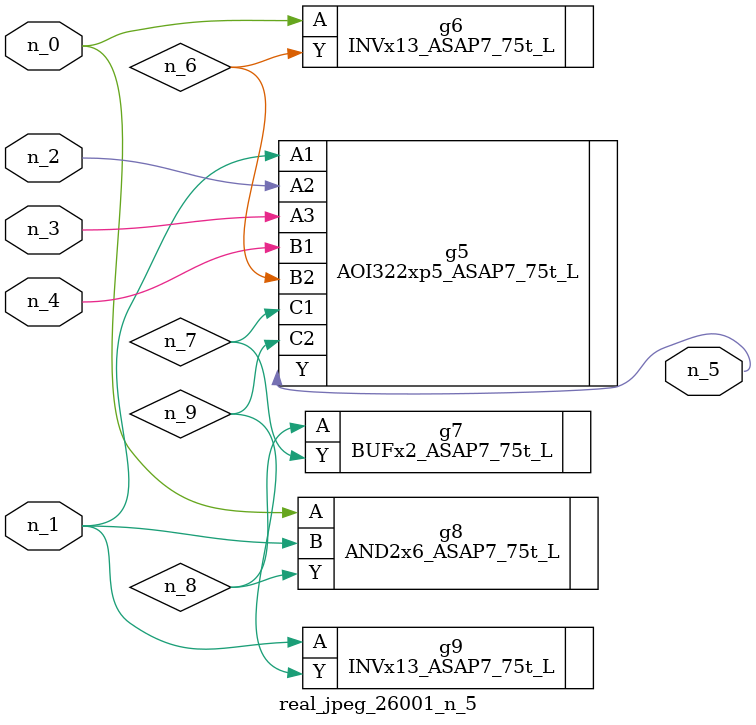
<source format=v>
module real_jpeg_26001_n_5 (n_4, n_0, n_1, n_2, n_3, n_5);

input n_4;
input n_0;
input n_1;
input n_2;
input n_3;

output n_5;

wire n_8;
wire n_6;
wire n_7;
wire n_9;

INVx13_ASAP7_75t_L g6 ( 
.A(n_0),
.Y(n_6)
);

AND2x6_ASAP7_75t_L g8 ( 
.A(n_0),
.B(n_1),
.Y(n_8)
);

AOI322xp5_ASAP7_75t_L g5 ( 
.A1(n_1),
.A2(n_2),
.A3(n_3),
.B1(n_4),
.B2(n_6),
.C1(n_7),
.C2(n_9),
.Y(n_5)
);

INVx13_ASAP7_75t_L g9 ( 
.A(n_1),
.Y(n_9)
);

BUFx2_ASAP7_75t_L g7 ( 
.A(n_8),
.Y(n_7)
);


endmodule
</source>
